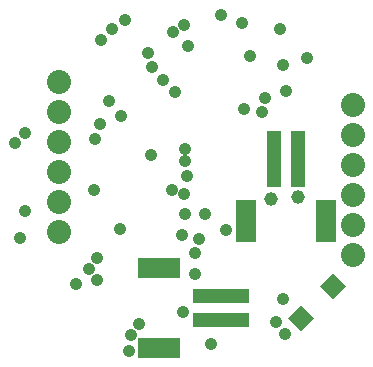
<source format=gbs>
G75*
G70*
%OFA0B0*%
%FSLAX24Y24*%
%IPPOS*%
%LPD*%
%AMOC8*
5,1,8,0,0,1.08239X$1,22.5*
%
%ADD10C,0.0800*%
%ADD11R,0.0454X0.1871*%
%ADD12R,0.0690X0.1399*%
%ADD13R,0.1871X0.0454*%
%ADD14R,0.1399X0.0690*%
%ADD15R,0.0611X0.0611*%
%ADD16C,0.0417*%
%ADD17C,0.0456*%
D10*
X003059Y005809D03*
X003059Y006809D03*
X003059Y007809D03*
X003059Y008809D03*
X003059Y009809D03*
X003059Y010809D03*
X012834Y010034D03*
X012834Y009034D03*
X012834Y008034D03*
X012834Y007034D03*
X012834Y006034D03*
X012834Y005034D03*
D11*
X011001Y008234D03*
X010213Y008234D03*
D12*
X009268Y006186D03*
X011946Y006186D03*
D13*
X008446Y003673D03*
X008446Y002885D03*
D14*
X006398Y001940D03*
X006398Y004618D03*
D15*
G36*
X011561Y002940D02*
X011130Y002509D01*
X010699Y002940D01*
X011130Y003371D01*
X011561Y002940D01*
G37*
G36*
X012619Y003998D02*
X012188Y003567D01*
X011757Y003998D01*
X012188Y004429D01*
X012619Y003998D01*
G37*
D16*
X003609Y004059D03*
X004059Y004559D03*
X004309Y004209D03*
X004319Y004929D03*
X005069Y005899D03*
X004209Y007209D03*
X004259Y008909D03*
X004409Y009409D03*
X005109Y009684D03*
X004709Y010159D03*
X006159Y011309D03*
X006009Y011759D03*
X006509Y010859D03*
X006909Y010459D03*
X007359Y012009D03*
X006859Y012459D03*
X007209Y012709D03*
X008449Y013049D03*
X009159Y012759D03*
X009409Y011659D03*
X010409Y012559D03*
X011309Y011609D03*
X010509Y011359D03*
X010609Y010509D03*
X009909Y010259D03*
X009809Y009809D03*
X009209Y009909D03*
X007259Y008559D03*
X007259Y008159D03*
X007309Y007659D03*
X007209Y007059D03*
X006809Y007209D03*
X007259Y006409D03*
X007159Y005699D03*
X007709Y005559D03*
X007579Y005099D03*
X007599Y004409D03*
X007169Y003149D03*
X008109Y002059D03*
X010279Y002819D03*
X010569Y002409D03*
X010509Y003559D03*
X008609Y005859D03*
X007919Y006409D03*
X006109Y008359D03*
X004459Y012209D03*
X004809Y012559D03*
X005259Y012859D03*
X001909Y009109D03*
X001589Y008759D03*
X001909Y006509D03*
X001759Y005609D03*
X005449Y002379D03*
X005729Y002729D03*
X005369Y001829D03*
D17*
X010103Y006893D03*
X011013Y006963D03*
M02*

</source>
